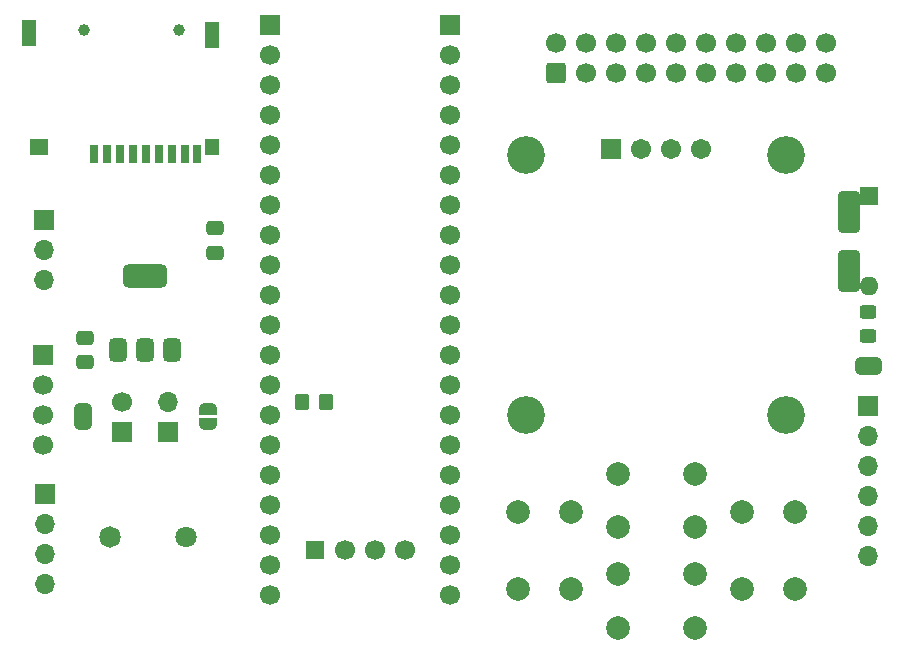
<source format=gbr>
%TF.GenerationSoftware,KiCad,Pcbnew,9.0.3*%
%TF.CreationDate,2025-10-24T12:45:13+02:00*%
%TF.ProjectId,sdiskII_stm32,73646973-6b49-4495-9f73-746d33322e6b,7*%
%TF.SameCoordinates,Original*%
%TF.FileFunction,Soldermask,Top*%
%TF.FilePolarity,Negative*%
%FSLAX46Y46*%
G04 Gerber Fmt 4.6, Leading zero omitted, Abs format (unit mm)*
G04 Created by KiCad (PCBNEW 9.0.3) date 2025-10-24 12:45:13*
%MOMM*%
%LPD*%
G01*
G04 APERTURE LIST*
G04 Aperture macros list*
%AMRoundRect*
0 Rectangle with rounded corners*
0 $1 Rounding radius*
0 $2 $3 $4 $5 $6 $7 $8 $9 X,Y pos of 4 corners*
0 Add a 4 corners polygon primitive as box body*
4,1,4,$2,$3,$4,$5,$6,$7,$8,$9,$2,$3,0*
0 Add four circle primitives for the rounded corners*
1,1,$1+$1,$2,$3*
1,1,$1+$1,$4,$5*
1,1,$1+$1,$6,$7*
1,1,$1+$1,$8,$9*
0 Add four rect primitives between the rounded corners*
20,1,$1+$1,$2,$3,$4,$5,0*
20,1,$1+$1,$4,$5,$6,$7,0*
20,1,$1+$1,$6,$7,$8,$9,0*
20,1,$1+$1,$8,$9,$2,$3,0*%
%AMFreePoly0*
4,1,23,0.500000,-0.750000,0.000000,-0.750000,0.000000,-0.745722,-0.065263,-0.745722,-0.191342,-0.711940,-0.304381,-0.646677,-0.396677,-0.554381,-0.461940,-0.441342,-0.495722,-0.315263,-0.495722,-0.250000,-0.500000,-0.250000,-0.500000,0.250000,-0.495722,0.250000,-0.495722,0.315263,-0.461940,0.441342,-0.396677,0.554381,-0.304381,0.646677,-0.191342,0.711940,-0.065263,0.745722,0.000000,0.745722,
0.000000,0.750000,0.500000,0.750000,0.500000,-0.750000,0.500000,-0.750000,$1*%
%AMFreePoly1*
4,1,23,0.000000,0.745722,0.065263,0.745722,0.191342,0.711940,0.304381,0.646677,0.396677,0.554381,0.461940,0.441342,0.495722,0.315263,0.495722,0.250000,0.500000,0.250000,0.500000,-0.250000,0.495722,-0.250000,0.495722,-0.315263,0.461940,-0.441342,0.396677,-0.554381,0.304381,-0.646677,0.191342,-0.711940,0.065263,-0.745722,0.000000,-0.745722,0.000000,-0.750000,-0.500000,-0.750000,
-0.500000,0.750000,0.000000,0.750000,0.000000,0.745722,0.000000,0.745722,$1*%
G04 Aperture macros list end*
%ADD10RoundRect,0.250000X-0.650000X1.500000X-0.650000X-1.500000X0.650000X-1.500000X0.650000X1.500000X0*%
%ADD11RoundRect,0.250000X0.600000X-0.600000X0.600000X0.600000X-0.600000X0.600000X-0.600000X-0.600000X0*%
%ADD12C,1.700000*%
%ADD13R,1.600000X1.600000*%
%ADD14O,1.600000X1.600000*%
%ADD15R,1.700000X1.700000*%
%ADD16O,1.700000X1.700000*%
%ADD17C,2.000000*%
%ADD18RoundRect,0.250000X-0.450000X0.325000X-0.450000X-0.325000X0.450000X-0.325000X0.450000X0.325000X0*%
%ADD19RoundRect,0.250000X0.475000X-0.337500X0.475000X0.337500X-0.475000X0.337500X-0.475000X-0.337500X0*%
%ADD20C,1.824000*%
%ADD21C,1.800000*%
%ADD22FreePoly0,270.000000*%
%ADD23FreePoly1,270.000000*%
%ADD24R,1.524000X1.524000*%
%ADD25RoundRect,0.375000X0.375000X-0.625000X0.375000X0.625000X-0.375000X0.625000X-0.375000X-0.625000X0*%
%ADD26RoundRect,0.500000X1.400000X-0.500000X1.400000X0.500000X-1.400000X0.500000X-1.400000X-0.500000X0*%
%ADD27FreePoly0,180.000000*%
%ADD28FreePoly1,180.000000*%
%ADD29RoundRect,0.102000X-0.754000X-0.754000X0.754000X-0.754000X0.754000X0.754000X-0.754000X0.754000X0*%
%ADD30C,1.712000*%
%ADD31C,3.204000*%
%ADD32R,1.600000X1.400000*%
%ADD33C,1.000000*%
%ADD34R,1.200000X2.200000*%
%ADD35R,0.700000X1.600000*%
%ADD36R,1.200000X1.400000*%
%ADD37RoundRect,0.250000X-0.350000X-0.450000X0.350000X-0.450000X0.350000X0.450000X-0.350000X0.450000X0*%
G04 APERTURE END LIST*
%TO.C,JP2*%
G36*
X139025000Y-121425000D02*
G01*
X137525000Y-121425000D01*
X137525000Y-121725000D01*
X139025000Y-121725000D01*
X139025000Y-121425000D01*
G37*
%TO.C,BPF1*%
G36*
X204875000Y-118025000D02*
G01*
X204575000Y-118025000D01*
X204575000Y-116525000D01*
X204875000Y-116525000D01*
X204875000Y-118025000D01*
G37*
%TD*%
D10*
%TO.C,D2*%
X203120000Y-104250000D03*
X203120000Y-109250000D03*
%TD*%
D11*
%TO.C,J2*%
X178290000Y-92490000D03*
D12*
X178290000Y-89950000D03*
X180830000Y-92490000D03*
X180830000Y-89950000D03*
X183370000Y-92490000D03*
X183370000Y-89950000D03*
X185910000Y-92490000D03*
X185910000Y-89950000D03*
X188450000Y-92490000D03*
X188450000Y-89950000D03*
X190990000Y-92490000D03*
X190990000Y-89950000D03*
X193530000Y-92490000D03*
X193530000Y-89950000D03*
X196070000Y-92490000D03*
X196070000Y-89950000D03*
X198610000Y-92490000D03*
X198610000Y-89950000D03*
X201150000Y-92490000D03*
X201150000Y-89950000D03*
%TD*%
D13*
%TO.C,D1*%
X204775000Y-102925000D03*
D14*
X204775000Y-110545000D03*
%TD*%
D15*
%TO.C,J5*%
X134880000Y-116370000D03*
D12*
X134880000Y-118910000D03*
X134880000Y-121450000D03*
X134880000Y-123990000D03*
%TD*%
D15*
%TO.C,J3*%
X204714746Y-120691427D03*
D16*
X204714746Y-123231427D03*
X204714746Y-125771427D03*
X204714746Y-128311427D03*
X204714746Y-130851427D03*
X204714746Y-133391427D03*
%TD*%
D17*
%TO.C,UP1*%
X190040000Y-130950000D03*
X183540000Y-130950000D03*
X190040000Y-126450000D03*
X183540000Y-126450000D03*
%TD*%
D18*
%TO.C,Fu1*%
X204750000Y-112750000D03*
X204750000Y-114800000D03*
%TD*%
D19*
%TO.C,C2*%
X149400000Y-107720000D03*
X149400000Y-105645000D03*
%TD*%
D20*
%TO.C,BZ1*%
X140500000Y-131750000D03*
D21*
X147000000Y-131750000D03*
%TD*%
D15*
%TO.C,J4*%
X134910000Y-104975000D03*
D16*
X134910000Y-107515000D03*
X134910000Y-110055000D03*
%TD*%
D22*
%TO.C,JP2*%
X138275000Y-120925000D03*
D23*
X138275000Y-122225000D03*
%TD*%
D15*
%TO.C,\u03BCC1*%
X154050000Y-88440000D03*
D12*
X154050000Y-90980000D03*
X154050000Y-93520000D03*
X154050000Y-96060000D03*
X154050000Y-98600000D03*
X154050000Y-101140000D03*
X154050000Y-103680000D03*
X154050000Y-106220000D03*
X154050000Y-108760000D03*
X154050000Y-111300000D03*
X154050000Y-113840000D03*
X154050000Y-116380000D03*
X154050000Y-118920000D03*
X154050000Y-121460000D03*
X154050000Y-124000000D03*
X154050000Y-126540000D03*
X154050000Y-129080000D03*
X154050000Y-131620000D03*
X154050000Y-134160000D03*
X154050000Y-136700000D03*
X169290000Y-136700000D03*
X169290000Y-134160000D03*
X169290000Y-131620000D03*
X169290000Y-129080000D03*
X169290000Y-126540000D03*
X169290000Y-124000000D03*
X169290000Y-121460000D03*
X169290000Y-118920000D03*
X169290000Y-116380000D03*
X169290000Y-113840000D03*
X169290000Y-111300000D03*
X169290000Y-108760000D03*
X169290000Y-106220000D03*
X169290000Y-103680000D03*
X169290000Y-101140000D03*
X169290000Y-98600000D03*
X169290000Y-96060000D03*
X169290000Y-93520000D03*
X169290000Y-90980000D03*
D15*
X169290000Y-88440000D03*
D24*
X157860000Y-132890000D03*
D12*
X160400000Y-132890000D03*
X162940000Y-132890000D03*
X165480000Y-132890000D03*
%TD*%
D25*
%TO.C,U1*%
X141187500Y-115950000D03*
X143487500Y-115950000D03*
D26*
X143487500Y-109650000D03*
D25*
X145787500Y-115950000D03*
%TD*%
D27*
%TO.C,BPF1*%
X205375000Y-117275000D03*
D28*
X204075000Y-117275000D03*
%TD*%
D22*
%TO.C,JP1*%
X148800000Y-120925000D03*
D23*
X148800000Y-122225000D03*
%TD*%
D15*
%TO.C,J1*%
X145455000Y-122850000D03*
D16*
X145455000Y-120310000D03*
%TD*%
D17*
%TO.C,ENTR1*%
X198540000Y-129700000D03*
X198540000Y-136200000D03*
X194040000Y-129700000D03*
X194040000Y-136200000D03*
%TD*%
D15*
%TO.C,J6*%
X135000000Y-128180000D03*
D16*
X135000000Y-130720000D03*
X135000000Y-133260000D03*
X135000000Y-135800000D03*
%TD*%
D29*
%TO.C,U8*%
X182980000Y-98950000D03*
D30*
X185520000Y-98950000D03*
X188060000Y-98950000D03*
X190600000Y-98950000D03*
D31*
X175790000Y-99450000D03*
X197790000Y-99450000D03*
X197790000Y-121450000D03*
X175790000Y-121450000D03*
%TD*%
D19*
%TO.C,C1*%
X138430000Y-116995000D03*
X138430000Y-114920000D03*
%TD*%
D32*
%TO.C,U2*%
X134540000Y-98750000D03*
D33*
X138340000Y-88850000D03*
X146340000Y-88850000D03*
D34*
X149140000Y-89250000D03*
D35*
X139140000Y-99350000D03*
X140240000Y-99350000D03*
X141340000Y-99350000D03*
X142440000Y-99350000D03*
X143540000Y-99350000D03*
X144640000Y-99350000D03*
X145740000Y-99350000D03*
X146840000Y-99350000D03*
X147940000Y-99350000D03*
D36*
X149140000Y-98750000D03*
D34*
X133640000Y-89150000D03*
%TD*%
D37*
%TO.C,R4*%
X156825000Y-120325000D03*
X158825000Y-120325000D03*
%TD*%
D17*
%TO.C,RET1*%
X179540000Y-129700000D03*
X179540000Y-136200000D03*
X175040000Y-129700000D03*
X175040000Y-136200000D03*
%TD*%
D15*
%TO.C,J7*%
X141590000Y-122850000D03*
D12*
X141590000Y-120310000D03*
%TD*%
D17*
%TO.C,DOWN1*%
X183540000Y-134950000D03*
X190040000Y-134950000D03*
X183540000Y-139450000D03*
X190040000Y-139450000D03*
%TD*%
M02*

</source>
